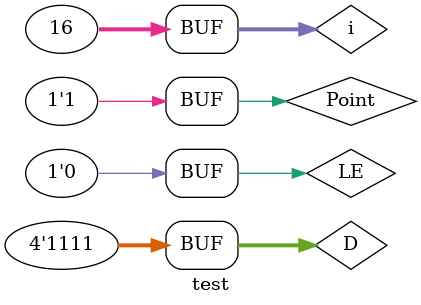
<source format=v>
`timescale 1ns / 1ps


module test;

// Inputs
	reg [3:0] D;
	reg LE;
	reg Point;

	// Outputs
	wire [6:0] LED;
	wire p;

	// Instantiate the Unit Under Test (UUT)
	MyMC14495 uut (
		.D(D), 
		.LE(LE), 
		.Point(Point), 
		.LED(LED), 
		.p(p)
	);

	integer i;
	initial begin
		D = 4'b0000;
		LE = 1;
		Point = 0;
		
		for (i=0; i<=15;i=i+1) begin
			D = i;
			Point = i;
		#50;
		end
		
		#50;
		LE = 0;
	end
      
endmodule


</source>
